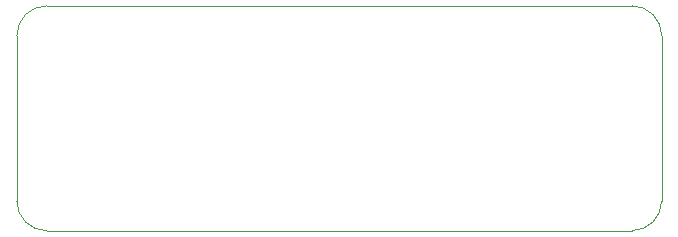
<source format=gm1>
G04 #@! TF.FileFunction,Profile,NP*
%FSLAX46Y46*%
G04 Gerber Fmt 4.6, Leading zero omitted, Abs format (unit mm)*
G04 Created by KiCad (PCBNEW (2015-08-15 BZR 6092)-product) date 4/11/2016 5:41:06 PM*
%MOMM*%
G01*
G04 APERTURE LIST*
%ADD10C,0.150000*%
%ADD11C,0.100000*%
G04 APERTURE END LIST*
D10*
D11*
X128270000Y-119380000D02*
X128270000Y-105410000D01*
X180340000Y-121920000D02*
X130810000Y-121920000D01*
X182880000Y-105410000D02*
X182880000Y-119380000D01*
X130810000Y-102870000D02*
X180340000Y-102870000D01*
X130810000Y-102870000D02*
G75*
G03X128270000Y-105410000I0J-2540000D01*
G01*
X128270000Y-119380000D02*
G75*
G03X130810000Y-121920000I2540000J0D01*
G01*
X180340000Y-121920000D02*
G75*
G03X182880000Y-119380000I0J2540000D01*
G01*
X182880000Y-105410000D02*
G75*
G03X180340000Y-102870000I-2540000J0D01*
G01*
M02*

</source>
